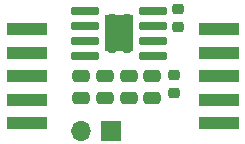
<source format=gbr>
%TF.GenerationSoftware,KiCad,Pcbnew,8.0.7*%
%TF.CreationDate,2025-01-17T17:05:41+01:00*%
%TF.ProjectId,board,626f6172-642e-46b6-9963-61645f706362,rev?*%
%TF.SameCoordinates,Original*%
%TF.FileFunction,Soldermask,Top*%
%TF.FilePolarity,Negative*%
%FSLAX46Y46*%
G04 Gerber Fmt 4.6, Leading zero omitted, Abs format (unit mm)*
G04 Created by KiCad (PCBNEW 8.0.7) date 2025-01-17 17:05:41*
%MOMM*%
%LPD*%
G01*
G04 APERTURE LIST*
G04 Aperture macros list*
%AMRoundRect*
0 Rectangle with rounded corners*
0 $1 Rounding radius*
0 $2 $3 $4 $5 $6 $7 $8 $9 X,Y pos of 4 corners*
0 Add a 4 corners polygon primitive as box body*
4,1,4,$2,$3,$4,$5,$6,$7,$8,$9,$2,$3,0*
0 Add four circle primitives for the rounded corners*
1,1,$1+$1,$2,$3*
1,1,$1+$1,$4,$5*
1,1,$1+$1,$6,$7*
1,1,$1+$1,$8,$9*
0 Add four rect primitives between the rounded corners*
20,1,$1+$1,$2,$3,$4,$5,0*
20,1,$1+$1,$4,$5,$6,$7,0*
20,1,$1+$1,$6,$7,$8,$9,0*
20,1,$1+$1,$8,$9,$2,$3,0*%
G04 Aperture macros list end*
%ADD10R,1.700000X1.700000*%
%ADD11O,1.700000X1.700000*%
%ADD12R,2.400000X3.100000*%
%ADD13RoundRect,0.070000X-1.100000X-0.250000X1.100000X-0.250000X1.100000X0.250000X-1.100000X0.250000X0*%
%ADD14C,0.770000*%
%ADD15RoundRect,0.225000X0.250000X-0.225000X0.250000X0.225000X-0.250000X0.225000X-0.250000X-0.225000X0*%
%ADD16R,3.500000X1.000000*%
%ADD17RoundRect,0.225000X-0.250000X0.225000X-0.250000X-0.225000X0.250000X-0.225000X0.250000X0.225000X0*%
%ADD18RoundRect,0.250000X-0.475000X0.250000X-0.475000X-0.250000X0.475000X-0.250000X0.475000X0.250000X0*%
G04 APERTURE END LIST*
D10*
%TO.C,J3*%
X149500000Y-101100000D03*
D11*
X146960000Y-101100000D03*
%TD*%
D12*
%TO.C,U1*%
X150200000Y-92880000D03*
D13*
X147325000Y-90975000D03*
X147325000Y-92245000D03*
X147325000Y-93515000D03*
X147325000Y-94785000D03*
X153075000Y-94785000D03*
X153075000Y-93515000D03*
X153075000Y-92245000D03*
X153075000Y-90975000D03*
D14*
X149550000Y-91580000D03*
X149550000Y-92880000D03*
X149550000Y-94180000D03*
X150850000Y-91580000D03*
X150850000Y-92880000D03*
X150850000Y-94180000D03*
%TD*%
D15*
%TO.C,R1*%
X155200000Y-92350000D03*
X155200000Y-90800000D03*
%TD*%
D16*
%TO.C,J2*%
X142350000Y-92500000D03*
X142350000Y-94500000D03*
X142350000Y-96500000D03*
X142350000Y-98500000D03*
X142350000Y-100500000D03*
%TD*%
%TO.C,J1*%
X158650000Y-92500000D03*
X158650000Y-94500000D03*
X158650000Y-96500000D03*
X158650000Y-98500000D03*
X158650000Y-100500000D03*
%TD*%
D17*
%TO.C,C5*%
X154800000Y-96400000D03*
X154800000Y-97950000D03*
%TD*%
D18*
%TO.C,C4*%
X147000000Y-96450000D03*
X147000000Y-98350000D03*
%TD*%
%TO.C,C3*%
X149000000Y-96450000D03*
X149000000Y-98350000D03*
%TD*%
%TO.C,C2*%
X151000000Y-96450000D03*
X151000000Y-98350000D03*
%TD*%
%TO.C,C1*%
X153000000Y-96450000D03*
X153000000Y-98350000D03*
%TD*%
M02*

</source>
